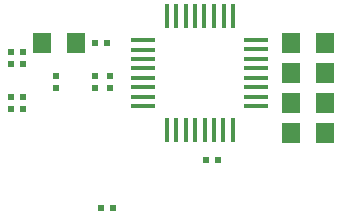
<source format=gbp>
G04 (created by PCBNEW-RS274X (2011-07-08)-stable) date Wed 10 Aug 2011 10:39:09 PM EDT*
G01*
G70*
G90*
%MOIN*%
G04 Gerber Fmt 3.4, Leading zero omitted, Abs format*
%FSLAX34Y34*%
G04 APERTURE LIST*
%ADD10C,0.006000*%
%ADD11R,0.062900X0.070900*%
%ADD12R,0.019700X0.019700*%
%ADD13R,0.078700X0.017700*%
%ADD14R,0.017700X0.078700*%
G04 APERTURE END LIST*
G54D10*
G54D11*
X23541Y-31000D03*
X24659Y-31000D03*
X23541Y-30000D03*
X24659Y-30000D03*
X23541Y-29000D03*
X24659Y-29000D03*
X23541Y-28000D03*
X24659Y-28000D03*
X15241Y-28000D03*
X16359Y-28000D03*
G54D12*
X17601Y-33500D03*
X17199Y-33500D03*
X21101Y-31900D03*
X20699Y-31900D03*
X16999Y-28000D03*
X17401Y-28000D03*
X15700Y-29501D03*
X15700Y-29099D03*
X14200Y-30201D03*
X14200Y-29799D03*
X14600Y-30201D03*
X14600Y-29799D03*
X17500Y-29501D03*
X17500Y-29099D03*
X17000Y-29501D03*
X17000Y-29099D03*
X14600Y-28299D03*
X14600Y-28701D03*
X14200Y-28299D03*
X14200Y-28701D03*
G54D13*
X18604Y-27907D03*
X18604Y-28222D03*
X18604Y-28537D03*
X18604Y-28852D03*
X18604Y-29167D03*
X18604Y-29482D03*
X18604Y-29797D03*
X18604Y-30112D03*
X22370Y-30110D03*
X22370Y-27900D03*
X22370Y-28220D03*
X22370Y-28540D03*
X22370Y-28850D03*
X22370Y-29170D03*
X22370Y-29480D03*
X22370Y-29800D03*
G54D14*
X19388Y-30900D03*
X19702Y-30900D03*
X20018Y-30900D03*
X20332Y-30900D03*
X20648Y-30900D03*
X20962Y-30900D03*
X21278Y-30900D03*
X21592Y-30900D03*
X19390Y-27120D03*
X19700Y-27120D03*
X20020Y-27120D03*
X20330Y-27120D03*
X20640Y-27120D03*
X20960Y-27120D03*
X21280Y-27120D03*
X21600Y-27120D03*
M02*

</source>
